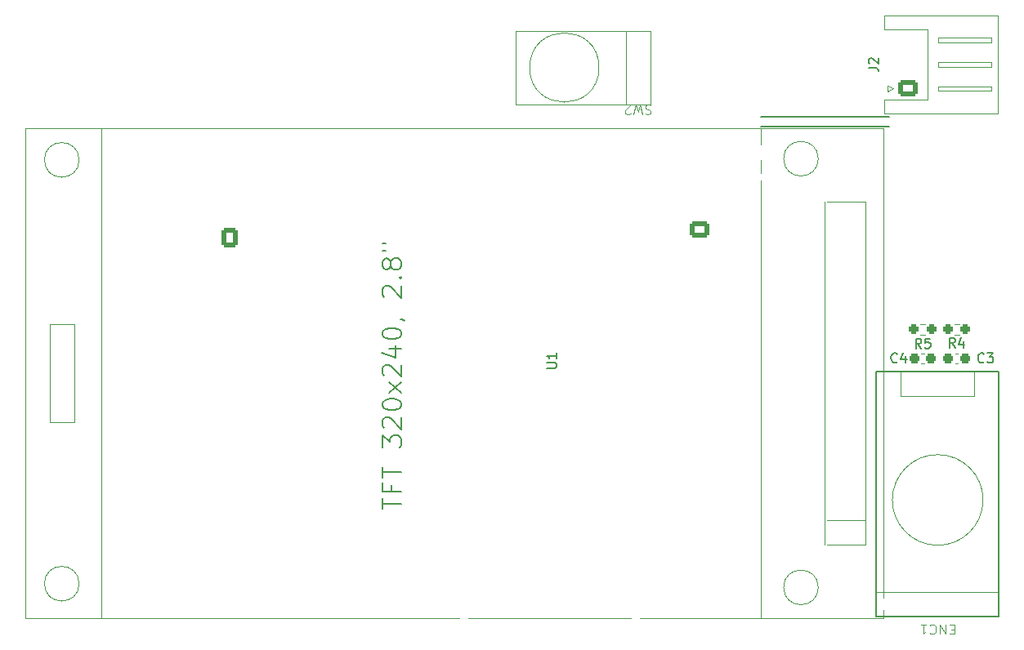
<source format=gbr>
%TF.GenerationSoftware,KiCad,Pcbnew,8.0.5*%
%TF.CreationDate,2024-10-04T09:52:44+09:00*%
%TF.ProjectId,UI__,5549fa7f-2e6b-4696-9361-645f70636258,rev?*%
%TF.SameCoordinates,Original*%
%TF.FileFunction,Legend,Top*%
%TF.FilePolarity,Positive*%
%FSLAX46Y46*%
G04 Gerber Fmt 4.6, Leading zero omitted, Abs format (unit mm)*
G04 Created by KiCad (PCBNEW 8.0.5) date 2024-10-04 09:52:44*
%MOMM*%
%LPD*%
G01*
G04 APERTURE LIST*
G04 Aperture macros list*
%AMRoundRect*
0 Rectangle with rounded corners*
0 $1 Rounding radius*
0 $2 $3 $4 $5 $6 $7 $8 $9 X,Y pos of 4 corners*
0 Add a 4 corners polygon primitive as box body*
4,1,4,$2,$3,$4,$5,$6,$7,$8,$9,$2,$3,0*
0 Add four circle primitives for the rounded corners*
1,1,$1+$1,$2,$3*
1,1,$1+$1,$4,$5*
1,1,$1+$1,$6,$7*
1,1,$1+$1,$8,$9*
0 Add four rect primitives between the rounded corners*
20,1,$1+$1,$2,$3,$4,$5,0*
20,1,$1+$1,$4,$5,$6,$7,0*
20,1,$1+$1,$6,$7,$8,$9,0*
20,1,$1+$1,$8,$9,$2,$3,0*%
G04 Aperture macros list end*
%ADD10C,0.150000*%
%ADD11C,0.100000*%
%ADD12C,0.120000*%
%ADD13C,0.200000*%
%ADD14RoundRect,0.250000X0.725000X-0.600000X0.725000X0.600000X-0.725000X0.600000X-0.725000X-0.600000X0*%
%ADD15O,1.950000X1.700000*%
%ADD16RoundRect,0.237500X0.300000X0.237500X-0.300000X0.237500X-0.300000X-0.237500X0.300000X-0.237500X0*%
%ADD17O,3.000000X1.500000*%
%ADD18C,1.524000*%
%ADD19C,5.600000*%
%ADD20RoundRect,0.237500X-0.300000X-0.237500X0.300000X-0.237500X0.300000X0.237500X-0.300000X0.237500X0*%
%ADD21RoundRect,0.237500X0.250000X0.237500X-0.250000X0.237500X-0.250000X-0.237500X0.250000X-0.237500X0*%
%ADD22RoundRect,0.237500X-0.250000X-0.237500X0.250000X-0.237500X0.250000X0.237500X-0.250000X0.237500X0*%
%ADD23O,1.800000X1.800000*%
%ADD24O,1.500000X1.500000*%
%ADD25O,1.700000X1.700000*%
%ADD26R,1.700000X1.700000*%
%ADD27C,2.000000*%
%ADD28RoundRect,0.250000X-0.600000X-0.725000X0.600000X-0.725000X0.600000X0.725000X-0.600000X0.725000X0*%
%ADD29O,1.700000X1.950000*%
%ADD30R,1.600000X1.600000*%
%ADD31C,1.600000*%
%ADD32RoundRect,0.250000X-0.725000X0.600000X-0.725000X-0.600000X0.725000X-0.600000X0.725000X0.600000X0*%
%ADD33R,1.270000X1.270000*%
%ADD34C,1.270000*%
G04 APERTURE END LIST*
D10*
X233680000Y-70993000D02*
X247015000Y-70993000D01*
X233680000Y-69977000D02*
X247015000Y-69977000D01*
X244874819Y-64860133D02*
X245589104Y-64860133D01*
X245589104Y-64860133D02*
X245731961Y-64907752D01*
X245731961Y-64907752D02*
X245827200Y-65002990D01*
X245827200Y-65002990D02*
X245874819Y-65145847D01*
X245874819Y-65145847D02*
X245874819Y-65241085D01*
X244970057Y-64431561D02*
X244922438Y-64383942D01*
X244922438Y-64383942D02*
X244874819Y-64288704D01*
X244874819Y-64288704D02*
X244874819Y-64050609D01*
X244874819Y-64050609D02*
X244922438Y-63955371D01*
X244922438Y-63955371D02*
X244970057Y-63907752D01*
X244970057Y-63907752D02*
X245065295Y-63860133D01*
X245065295Y-63860133D02*
X245160533Y-63860133D01*
X245160533Y-63860133D02*
X245303390Y-63907752D01*
X245303390Y-63907752D02*
X245874819Y-64479180D01*
X245874819Y-64479180D02*
X245874819Y-63860133D01*
X247833333Y-95359580D02*
X247785714Y-95407200D01*
X247785714Y-95407200D02*
X247642857Y-95454819D01*
X247642857Y-95454819D02*
X247547619Y-95454819D01*
X247547619Y-95454819D02*
X247404762Y-95407200D01*
X247404762Y-95407200D02*
X247309524Y-95311961D01*
X247309524Y-95311961D02*
X247261905Y-95216723D01*
X247261905Y-95216723D02*
X247214286Y-95026247D01*
X247214286Y-95026247D02*
X247214286Y-94883390D01*
X247214286Y-94883390D02*
X247261905Y-94692914D01*
X247261905Y-94692914D02*
X247309524Y-94597676D01*
X247309524Y-94597676D02*
X247404762Y-94502438D01*
X247404762Y-94502438D02*
X247547619Y-94454819D01*
X247547619Y-94454819D02*
X247642857Y-94454819D01*
X247642857Y-94454819D02*
X247785714Y-94502438D01*
X247785714Y-94502438D02*
X247833333Y-94550057D01*
X248690476Y-94788152D02*
X248690476Y-95454819D01*
X248452381Y-94407200D02*
X248214286Y-95121485D01*
X248214286Y-95121485D02*
X248833333Y-95121485D01*
X211544819Y-96011904D02*
X212354342Y-96011904D01*
X212354342Y-96011904D02*
X212449580Y-95964285D01*
X212449580Y-95964285D02*
X212497200Y-95916666D01*
X212497200Y-95916666D02*
X212544819Y-95821428D01*
X212544819Y-95821428D02*
X212544819Y-95630952D01*
X212544819Y-95630952D02*
X212497200Y-95535714D01*
X212497200Y-95535714D02*
X212449580Y-95488095D01*
X212449580Y-95488095D02*
X212354342Y-95440476D01*
X212354342Y-95440476D02*
X211544819Y-95440476D01*
X212544819Y-94440476D02*
X212544819Y-95011904D01*
X212544819Y-94726190D02*
X211544819Y-94726190D01*
X211544819Y-94726190D02*
X211687676Y-94821428D01*
X211687676Y-94821428D02*
X211782914Y-94916666D01*
X211782914Y-94916666D02*
X211830533Y-95011904D01*
X194497438Y-110631144D02*
X194497438Y-109488287D01*
X196497438Y-110059716D02*
X194497438Y-110059716D01*
X195449819Y-108154953D02*
X195449819Y-108821620D01*
X196497438Y-108821620D02*
X194497438Y-108821620D01*
X194497438Y-108821620D02*
X194497438Y-107869239D01*
X194497438Y-107393048D02*
X194497438Y-106250191D01*
X196497438Y-106821620D02*
X194497438Y-106821620D01*
X194497438Y-104250190D02*
X194497438Y-103012095D01*
X194497438Y-103012095D02*
X195259342Y-103678762D01*
X195259342Y-103678762D02*
X195259342Y-103393047D01*
X195259342Y-103393047D02*
X195354580Y-103202571D01*
X195354580Y-103202571D02*
X195449819Y-103107333D01*
X195449819Y-103107333D02*
X195640295Y-103012095D01*
X195640295Y-103012095D02*
X196116485Y-103012095D01*
X196116485Y-103012095D02*
X196306961Y-103107333D01*
X196306961Y-103107333D02*
X196402200Y-103202571D01*
X196402200Y-103202571D02*
X196497438Y-103393047D01*
X196497438Y-103393047D02*
X196497438Y-103964476D01*
X196497438Y-103964476D02*
X196402200Y-104154952D01*
X196402200Y-104154952D02*
X196306961Y-104250190D01*
X194687914Y-102250190D02*
X194592676Y-102154952D01*
X194592676Y-102154952D02*
X194497438Y-101964476D01*
X194497438Y-101964476D02*
X194497438Y-101488285D01*
X194497438Y-101488285D02*
X194592676Y-101297809D01*
X194592676Y-101297809D02*
X194687914Y-101202571D01*
X194687914Y-101202571D02*
X194878390Y-101107333D01*
X194878390Y-101107333D02*
X195068866Y-101107333D01*
X195068866Y-101107333D02*
X195354580Y-101202571D01*
X195354580Y-101202571D02*
X196497438Y-102345428D01*
X196497438Y-102345428D02*
X196497438Y-101107333D01*
X194497438Y-99869238D02*
X194497438Y-99678761D01*
X194497438Y-99678761D02*
X194592676Y-99488285D01*
X194592676Y-99488285D02*
X194687914Y-99393047D01*
X194687914Y-99393047D02*
X194878390Y-99297809D01*
X194878390Y-99297809D02*
X195259342Y-99202571D01*
X195259342Y-99202571D02*
X195735533Y-99202571D01*
X195735533Y-99202571D02*
X196116485Y-99297809D01*
X196116485Y-99297809D02*
X196306961Y-99393047D01*
X196306961Y-99393047D02*
X196402200Y-99488285D01*
X196402200Y-99488285D02*
X196497438Y-99678761D01*
X196497438Y-99678761D02*
X196497438Y-99869238D01*
X196497438Y-99869238D02*
X196402200Y-100059714D01*
X196402200Y-100059714D02*
X196306961Y-100154952D01*
X196306961Y-100154952D02*
X196116485Y-100250190D01*
X196116485Y-100250190D02*
X195735533Y-100345428D01*
X195735533Y-100345428D02*
X195259342Y-100345428D01*
X195259342Y-100345428D02*
X194878390Y-100250190D01*
X194878390Y-100250190D02*
X194687914Y-100154952D01*
X194687914Y-100154952D02*
X194592676Y-100059714D01*
X194592676Y-100059714D02*
X194497438Y-99869238D01*
X196497438Y-98535904D02*
X195164104Y-97488285D01*
X195164104Y-98535904D02*
X196497438Y-97488285D01*
X194687914Y-96821618D02*
X194592676Y-96726380D01*
X194592676Y-96726380D02*
X194497438Y-96535904D01*
X194497438Y-96535904D02*
X194497438Y-96059713D01*
X194497438Y-96059713D02*
X194592676Y-95869237D01*
X194592676Y-95869237D02*
X194687914Y-95773999D01*
X194687914Y-95773999D02*
X194878390Y-95678761D01*
X194878390Y-95678761D02*
X195068866Y-95678761D01*
X195068866Y-95678761D02*
X195354580Y-95773999D01*
X195354580Y-95773999D02*
X196497438Y-96916856D01*
X196497438Y-96916856D02*
X196497438Y-95678761D01*
X195164104Y-93964475D02*
X196497438Y-93964475D01*
X194402200Y-94440666D02*
X195830771Y-94916856D01*
X195830771Y-94916856D02*
X195830771Y-93678761D01*
X194497438Y-92535904D02*
X194497438Y-92345427D01*
X194497438Y-92345427D02*
X194592676Y-92154951D01*
X194592676Y-92154951D02*
X194687914Y-92059713D01*
X194687914Y-92059713D02*
X194878390Y-91964475D01*
X194878390Y-91964475D02*
X195259342Y-91869237D01*
X195259342Y-91869237D02*
X195735533Y-91869237D01*
X195735533Y-91869237D02*
X196116485Y-91964475D01*
X196116485Y-91964475D02*
X196306961Y-92059713D01*
X196306961Y-92059713D02*
X196402200Y-92154951D01*
X196402200Y-92154951D02*
X196497438Y-92345427D01*
X196497438Y-92345427D02*
X196497438Y-92535904D01*
X196497438Y-92535904D02*
X196402200Y-92726380D01*
X196402200Y-92726380D02*
X196306961Y-92821618D01*
X196306961Y-92821618D02*
X196116485Y-92916856D01*
X196116485Y-92916856D02*
X195735533Y-93012094D01*
X195735533Y-93012094D02*
X195259342Y-93012094D01*
X195259342Y-93012094D02*
X194878390Y-92916856D01*
X194878390Y-92916856D02*
X194687914Y-92821618D01*
X194687914Y-92821618D02*
X194592676Y-92726380D01*
X194592676Y-92726380D02*
X194497438Y-92535904D01*
X196402200Y-90916856D02*
X196497438Y-90916856D01*
X196497438Y-90916856D02*
X196687914Y-91012094D01*
X196687914Y-91012094D02*
X196783152Y-91107332D01*
X194687914Y-88631141D02*
X194592676Y-88535903D01*
X194592676Y-88535903D02*
X194497438Y-88345427D01*
X194497438Y-88345427D02*
X194497438Y-87869236D01*
X194497438Y-87869236D02*
X194592676Y-87678760D01*
X194592676Y-87678760D02*
X194687914Y-87583522D01*
X194687914Y-87583522D02*
X194878390Y-87488284D01*
X194878390Y-87488284D02*
X195068866Y-87488284D01*
X195068866Y-87488284D02*
X195354580Y-87583522D01*
X195354580Y-87583522D02*
X196497438Y-88726379D01*
X196497438Y-88726379D02*
X196497438Y-87488284D01*
X196306961Y-86631141D02*
X196402200Y-86535903D01*
X196402200Y-86535903D02*
X196497438Y-86631141D01*
X196497438Y-86631141D02*
X196402200Y-86726379D01*
X196402200Y-86726379D02*
X196306961Y-86631141D01*
X196306961Y-86631141D02*
X196497438Y-86631141D01*
X195354580Y-85393046D02*
X195259342Y-85583522D01*
X195259342Y-85583522D02*
X195164104Y-85678760D01*
X195164104Y-85678760D02*
X194973628Y-85773998D01*
X194973628Y-85773998D02*
X194878390Y-85773998D01*
X194878390Y-85773998D02*
X194687914Y-85678760D01*
X194687914Y-85678760D02*
X194592676Y-85583522D01*
X194592676Y-85583522D02*
X194497438Y-85393046D01*
X194497438Y-85393046D02*
X194497438Y-85012093D01*
X194497438Y-85012093D02*
X194592676Y-84821617D01*
X194592676Y-84821617D02*
X194687914Y-84726379D01*
X194687914Y-84726379D02*
X194878390Y-84631141D01*
X194878390Y-84631141D02*
X194973628Y-84631141D01*
X194973628Y-84631141D02*
X195164104Y-84726379D01*
X195164104Y-84726379D02*
X195259342Y-84821617D01*
X195259342Y-84821617D02*
X195354580Y-85012093D01*
X195354580Y-85012093D02*
X195354580Y-85393046D01*
X195354580Y-85393046D02*
X195449819Y-85583522D01*
X195449819Y-85583522D02*
X195545057Y-85678760D01*
X195545057Y-85678760D02*
X195735533Y-85773998D01*
X195735533Y-85773998D02*
X196116485Y-85773998D01*
X196116485Y-85773998D02*
X196306961Y-85678760D01*
X196306961Y-85678760D02*
X196402200Y-85583522D01*
X196402200Y-85583522D02*
X196497438Y-85393046D01*
X196497438Y-85393046D02*
X196497438Y-85012093D01*
X196497438Y-85012093D02*
X196402200Y-84821617D01*
X196402200Y-84821617D02*
X196306961Y-84726379D01*
X196306961Y-84726379D02*
X196116485Y-84631141D01*
X196116485Y-84631141D02*
X195735533Y-84631141D01*
X195735533Y-84631141D02*
X195545057Y-84726379D01*
X195545057Y-84726379D02*
X195449819Y-84821617D01*
X195449819Y-84821617D02*
X195354580Y-85012093D01*
X194497438Y-83869236D02*
X194878390Y-83869236D01*
X194497438Y-83107331D02*
X194878390Y-83107331D01*
D11*
X253754285Y-123106390D02*
X253420952Y-123106390D01*
X253278095Y-122582580D02*
X253754285Y-122582580D01*
X253754285Y-122582580D02*
X253754285Y-123582580D01*
X253754285Y-123582580D02*
X253278095Y-123582580D01*
X252849523Y-122582580D02*
X252849523Y-123582580D01*
X252849523Y-123582580D02*
X252278095Y-122582580D01*
X252278095Y-122582580D02*
X252278095Y-123582580D01*
X251230476Y-122677819D02*
X251278095Y-122630200D01*
X251278095Y-122630200D02*
X251420952Y-122582580D01*
X251420952Y-122582580D02*
X251516190Y-122582580D01*
X251516190Y-122582580D02*
X251659047Y-122630200D01*
X251659047Y-122630200D02*
X251754285Y-122725438D01*
X251754285Y-122725438D02*
X251801904Y-122820676D01*
X251801904Y-122820676D02*
X251849523Y-123011152D01*
X251849523Y-123011152D02*
X251849523Y-123154009D01*
X251849523Y-123154009D02*
X251801904Y-123344485D01*
X251801904Y-123344485D02*
X251754285Y-123439723D01*
X251754285Y-123439723D02*
X251659047Y-123534961D01*
X251659047Y-123534961D02*
X251516190Y-123582580D01*
X251516190Y-123582580D02*
X251420952Y-123582580D01*
X251420952Y-123582580D02*
X251278095Y-123534961D01*
X251278095Y-123534961D02*
X251230476Y-123487342D01*
X250278095Y-122582580D02*
X250849523Y-122582580D01*
X250563809Y-122582580D02*
X250563809Y-123582580D01*
X250563809Y-123582580D02*
X250659047Y-123439723D01*
X250659047Y-123439723D02*
X250754285Y-123344485D01*
X250754285Y-123344485D02*
X250849523Y-123296866D01*
D10*
X256833333Y-95359580D02*
X256785714Y-95407200D01*
X256785714Y-95407200D02*
X256642857Y-95454819D01*
X256642857Y-95454819D02*
X256547619Y-95454819D01*
X256547619Y-95454819D02*
X256404762Y-95407200D01*
X256404762Y-95407200D02*
X256309524Y-95311961D01*
X256309524Y-95311961D02*
X256261905Y-95216723D01*
X256261905Y-95216723D02*
X256214286Y-95026247D01*
X256214286Y-95026247D02*
X256214286Y-94883390D01*
X256214286Y-94883390D02*
X256261905Y-94692914D01*
X256261905Y-94692914D02*
X256309524Y-94597676D01*
X256309524Y-94597676D02*
X256404762Y-94502438D01*
X256404762Y-94502438D02*
X256547619Y-94454819D01*
X256547619Y-94454819D02*
X256642857Y-94454819D01*
X256642857Y-94454819D02*
X256785714Y-94502438D01*
X256785714Y-94502438D02*
X256833333Y-94550057D01*
X257166667Y-94454819D02*
X257785714Y-94454819D01*
X257785714Y-94454819D02*
X257452381Y-94835771D01*
X257452381Y-94835771D02*
X257595238Y-94835771D01*
X257595238Y-94835771D02*
X257690476Y-94883390D01*
X257690476Y-94883390D02*
X257738095Y-94931009D01*
X257738095Y-94931009D02*
X257785714Y-95026247D01*
X257785714Y-95026247D02*
X257785714Y-95264342D01*
X257785714Y-95264342D02*
X257738095Y-95359580D01*
X257738095Y-95359580D02*
X257690476Y-95407200D01*
X257690476Y-95407200D02*
X257595238Y-95454819D01*
X257595238Y-95454819D02*
X257309524Y-95454819D01*
X257309524Y-95454819D02*
X257214286Y-95407200D01*
X257214286Y-95407200D02*
X257166667Y-95359580D01*
D11*
X222313332Y-68746400D02*
X222170475Y-68698780D01*
X222170475Y-68698780D02*
X221932380Y-68698780D01*
X221932380Y-68698780D02*
X221837142Y-68746400D01*
X221837142Y-68746400D02*
X221789523Y-68794019D01*
X221789523Y-68794019D02*
X221741904Y-68889257D01*
X221741904Y-68889257D02*
X221741904Y-68984495D01*
X221741904Y-68984495D02*
X221789523Y-69079733D01*
X221789523Y-69079733D02*
X221837142Y-69127352D01*
X221837142Y-69127352D02*
X221932380Y-69174971D01*
X221932380Y-69174971D02*
X222122856Y-69222590D01*
X222122856Y-69222590D02*
X222218094Y-69270209D01*
X222218094Y-69270209D02*
X222265713Y-69317828D01*
X222265713Y-69317828D02*
X222313332Y-69413066D01*
X222313332Y-69413066D02*
X222313332Y-69508304D01*
X222313332Y-69508304D02*
X222265713Y-69603542D01*
X222265713Y-69603542D02*
X222218094Y-69651161D01*
X222218094Y-69651161D02*
X222122856Y-69698780D01*
X222122856Y-69698780D02*
X221884761Y-69698780D01*
X221884761Y-69698780D02*
X221741904Y-69651161D01*
X221408570Y-69698780D02*
X221170475Y-68698780D01*
X221170475Y-68698780D02*
X220979999Y-69413066D01*
X220979999Y-69413066D02*
X220789523Y-68698780D01*
X220789523Y-68698780D02*
X220551428Y-69698780D01*
X220218094Y-69603542D02*
X220170475Y-69651161D01*
X220170475Y-69651161D02*
X220075237Y-69698780D01*
X220075237Y-69698780D02*
X219837142Y-69698780D01*
X219837142Y-69698780D02*
X219741904Y-69651161D01*
X219741904Y-69651161D02*
X219694285Y-69603542D01*
X219694285Y-69603542D02*
X219646666Y-69508304D01*
X219646666Y-69508304D02*
X219646666Y-69413066D01*
X219646666Y-69413066D02*
X219694285Y-69270209D01*
X219694285Y-69270209D02*
X220265713Y-68698780D01*
X220265713Y-68698780D02*
X219646666Y-68698780D01*
D10*
X253833333Y-93884819D02*
X253500000Y-93408628D01*
X253261905Y-93884819D02*
X253261905Y-92884819D01*
X253261905Y-92884819D02*
X253642857Y-92884819D01*
X253642857Y-92884819D02*
X253738095Y-92932438D01*
X253738095Y-92932438D02*
X253785714Y-92980057D01*
X253785714Y-92980057D02*
X253833333Y-93075295D01*
X253833333Y-93075295D02*
X253833333Y-93218152D01*
X253833333Y-93218152D02*
X253785714Y-93313390D01*
X253785714Y-93313390D02*
X253738095Y-93361009D01*
X253738095Y-93361009D02*
X253642857Y-93408628D01*
X253642857Y-93408628D02*
X253261905Y-93408628D01*
X254690476Y-93218152D02*
X254690476Y-93884819D01*
X254452381Y-92837200D02*
X254214286Y-93551485D01*
X254214286Y-93551485D02*
X254833333Y-93551485D01*
X250333333Y-93954819D02*
X250000000Y-93478628D01*
X249761905Y-93954819D02*
X249761905Y-92954819D01*
X249761905Y-92954819D02*
X250142857Y-92954819D01*
X250142857Y-92954819D02*
X250238095Y-93002438D01*
X250238095Y-93002438D02*
X250285714Y-93050057D01*
X250285714Y-93050057D02*
X250333333Y-93145295D01*
X250333333Y-93145295D02*
X250333333Y-93288152D01*
X250333333Y-93288152D02*
X250285714Y-93383390D01*
X250285714Y-93383390D02*
X250238095Y-93431009D01*
X250238095Y-93431009D02*
X250142857Y-93478628D01*
X250142857Y-93478628D02*
X249761905Y-93478628D01*
X251238095Y-92954819D02*
X250761905Y-92954819D01*
X250761905Y-92954819D02*
X250714286Y-93431009D01*
X250714286Y-93431009D02*
X250761905Y-93383390D01*
X250761905Y-93383390D02*
X250857143Y-93335771D01*
X250857143Y-93335771D02*
X251095238Y-93335771D01*
X251095238Y-93335771D02*
X251190476Y-93383390D01*
X251190476Y-93383390D02*
X251238095Y-93431009D01*
X251238095Y-93431009D02*
X251285714Y-93526247D01*
X251285714Y-93526247D02*
X251285714Y-93764342D01*
X251285714Y-93764342D02*
X251238095Y-93859580D01*
X251238095Y-93859580D02*
X251190476Y-93907200D01*
X251190476Y-93907200D02*
X251095238Y-93954819D01*
X251095238Y-93954819D02*
X250857143Y-93954819D01*
X250857143Y-93954819D02*
X250761905Y-93907200D01*
X250761905Y-93907200D02*
X250714286Y-93859580D01*
D12*
%TO.C,J2*%
X246510000Y-59466800D02*
X246510000Y-60886800D01*
X246510000Y-60886800D02*
X251010000Y-60886800D01*
X246510000Y-68166800D02*
X251010000Y-68166800D01*
X246510000Y-69586800D02*
X246510000Y-68166800D01*
X246820000Y-66726800D02*
X247420000Y-67026800D01*
X246820000Y-67326800D02*
X246820000Y-66726800D01*
X247420000Y-67026800D02*
X246820000Y-67326800D01*
X251010000Y-60886800D02*
X251010000Y-64526800D01*
X251010000Y-68166800D02*
X251010000Y-64526800D01*
X252120000Y-61776800D02*
X252120000Y-62276800D01*
X252120000Y-62276800D02*
X257620000Y-62276800D01*
X252120000Y-64276800D02*
X252120000Y-64776800D01*
X252120000Y-64776800D02*
X257620000Y-64776800D01*
X252120000Y-66776800D02*
X252120000Y-67276800D01*
X252120000Y-67276800D02*
X257620000Y-67276800D01*
X257620000Y-61776800D02*
X252120000Y-61776800D01*
X257620000Y-62276800D02*
X257620000Y-61776800D01*
X257620000Y-64276800D02*
X252120000Y-64276800D01*
X257620000Y-64776800D02*
X257620000Y-64276800D01*
X257620000Y-66776800D02*
X252120000Y-66776800D01*
X257620000Y-67276800D02*
X257620000Y-66776800D01*
X258230000Y-59466800D02*
X246510000Y-59466800D01*
X258230000Y-64526800D02*
X258230000Y-59466800D01*
X258230000Y-64526800D02*
X258230000Y-69586800D01*
X258230000Y-69586800D02*
X246510000Y-69586800D01*
%TO.C,C4*%
X250646267Y-94490000D02*
X250353733Y-94490000D01*
X250646267Y-95510000D02*
X250353733Y-95510000D01*
%TO.C,U1*%
X157480000Y-71120000D02*
X157480000Y-121920000D01*
X157480000Y-121920000D02*
X246380000Y-121920000D01*
X165354000Y-121920000D02*
X165354000Y-71120000D01*
X233680000Y-121920000D02*
X233680000Y-71120000D01*
X240316000Y-114280000D02*
X240316000Y-78760000D01*
X240570000Y-78760000D02*
X244570000Y-78760000D01*
X240570000Y-111760000D02*
X244570000Y-111760000D01*
X244570000Y-78760000D02*
X244570000Y-114280000D01*
X244570000Y-114280000D02*
X240570000Y-114280000D01*
X246380000Y-71120000D02*
X157480000Y-71120000D01*
X246380000Y-121920000D02*
X246380000Y-71120000D01*
D11*
X160020000Y-101600000D02*
X162560000Y-101600000D01*
X162560000Y-91440000D01*
X160020000Y-91440000D01*
X160020000Y-101600000D01*
D12*
X163086051Y-74422000D02*
G75*
G02*
X159493949Y-74422000I-1796051J0D01*
G01*
X159493949Y-74422000D02*
G75*
G02*
X163086051Y-74422000I1796051J0D01*
G01*
X163086051Y-118364000D02*
G75*
G02*
X159493949Y-118364000I-1796051J0D01*
G01*
X159493949Y-118364000D02*
G75*
G02*
X163086051Y-118364000I1796051J0D01*
G01*
X239667051Y-74295000D02*
G75*
G02*
X236074949Y-74295000I-1796051J0D01*
G01*
X236074949Y-74295000D02*
G75*
G02*
X239667051Y-74295000I1796051J0D01*
G01*
X239667051Y-118745000D02*
G75*
G02*
X236074949Y-118745000I-1796051J0D01*
G01*
X236074949Y-118745000D02*
G75*
G02*
X239667051Y-118745000I1796051J0D01*
G01*
%TO.C,ENC1*%
D11*
X255850000Y-98910000D02*
X248230000Y-98910000D01*
X248230000Y-96370000D01*
X255850000Y-96370000D01*
X255850000Y-98910000D01*
D13*
X258390000Y-121770000D02*
X245690000Y-121770000D01*
X245690000Y-96370000D01*
X258390000Y-96370000D01*
X258390000Y-121770000D01*
D11*
X258390000Y-121770000D02*
X245690000Y-121770000D01*
X245690000Y-119230000D01*
X258390000Y-119230000D01*
X258390000Y-121770000D01*
X256740000Y-109679600D02*
G75*
G02*
X247340000Y-109679600I-4700000J0D01*
G01*
X247340000Y-109679600D02*
G75*
G02*
X256740000Y-109679600I4700000J0D01*
G01*
D12*
%TO.C,C3*%
X253853733Y-94490000D02*
X254146267Y-94490000D01*
X253853733Y-95510000D02*
X254146267Y-95510000D01*
%TO.C,SW2*%
D11*
X222250000Y-68656200D02*
X208280000Y-68656200D01*
X208280000Y-61036200D01*
X222250000Y-61036200D01*
X222250000Y-68656200D01*
X222250000Y-68656200D02*
X219710000Y-68656200D01*
X219710000Y-61036200D01*
X222250000Y-61036200D01*
X222250000Y-68656200D01*
X216952102Y-64846200D02*
G75*
G02*
X209767898Y-64846200I-3592102J0D01*
G01*
X209767898Y-64846200D02*
G75*
G02*
X216952102Y-64846200I3592102J0D01*
G01*
D12*
%TO.C,R4*%
X254254724Y-91477500D02*
X253745276Y-91477500D01*
X254254724Y-92522500D02*
X253745276Y-92522500D01*
%TO.C,R5*%
X250245276Y-91477500D02*
X250754724Y-91477500D01*
X250245276Y-92522500D02*
X250754724Y-92522500D01*
%TD*%
%LPC*%
D14*
%TO.C,J2*%
X248920000Y-67026800D03*
D15*
X248920000Y-64526800D03*
X248920000Y-62026800D03*
%TD*%
D16*
%TO.C,C4*%
X251362500Y-95000000D03*
X249637500Y-95000000D03*
%TD*%
D17*
%TO.C,U1*%
X242570000Y-113030000D03*
X242570000Y-110490000D03*
X242570000Y-107950000D03*
X242570000Y-105410000D03*
X242570000Y-102870000D03*
X242570000Y-100330000D03*
X242570000Y-97790000D03*
X242570000Y-95250000D03*
X242570000Y-92710000D03*
X242570000Y-90170000D03*
X242570000Y-87630000D03*
X242570000Y-85090000D03*
X242570000Y-82550000D03*
X242570000Y-80010000D03*
D18*
X161290000Y-100330000D03*
X161290000Y-97790000D03*
X161290000Y-95250000D03*
X161290000Y-92710000D03*
%TD*%
%TO.C,ENC1*%
X257120000Y-120500000D03*
X254580000Y-120500000D03*
X252040000Y-120500000D03*
X249500000Y-120500000D03*
X246960000Y-120500000D03*
X254580000Y-97640000D03*
X249500000Y-97640000D03*
X252040000Y-97640000D03*
%TD*%
D19*
%TO.C,REF\u002A\u002A*%
X238125000Y-64643000D03*
%TD*%
D20*
%TO.C,C3*%
X253137500Y-95000000D03*
X254862500Y-95000000D03*
%TD*%
D18*
%TO.C,SW2*%
X220980000Y-67386200D03*
X220980000Y-64846200D03*
X220980000Y-62306200D03*
%TD*%
D21*
%TO.C,R4*%
X254912500Y-92000000D03*
X253087500Y-92000000D03*
%TD*%
D22*
%TO.C,R5*%
X249587500Y-92000000D03*
X251412500Y-92000000D03*
%TD*%
D23*
%TO.C,U3*%
X214615000Y-73150000D03*
D24*
X214315000Y-76180000D03*
X209465000Y-76180000D03*
D23*
X209165000Y-73150000D03*
D25*
X220780000Y-73020000D03*
X220780000Y-75560000D03*
D26*
X220780000Y-78100000D03*
D25*
X220780000Y-80640000D03*
X220780000Y-83180000D03*
X220780000Y-85720000D03*
X220780000Y-88260000D03*
D26*
X220780000Y-90800000D03*
D25*
X220780000Y-93340000D03*
X220780000Y-95880000D03*
X220780000Y-98420000D03*
X220780000Y-100960000D03*
D26*
X220780000Y-103500000D03*
D25*
X220780000Y-106040000D03*
X220780000Y-108580000D03*
X220780000Y-111120000D03*
X220780000Y-113660000D03*
D26*
X220780000Y-116200000D03*
D25*
X220780000Y-118740000D03*
X220780000Y-121280000D03*
X203000000Y-121280000D03*
X203000000Y-118740000D03*
D26*
X203000000Y-116200000D03*
D25*
X203000000Y-113660000D03*
X203000000Y-111120000D03*
X203000000Y-108580000D03*
X203000000Y-106040000D03*
D26*
X203000000Y-103500000D03*
D25*
X203000000Y-100960000D03*
X203000000Y-98420000D03*
X203000000Y-95880000D03*
X203000000Y-93340000D03*
D26*
X203000000Y-90800000D03*
D25*
X203000000Y-88260000D03*
X203000000Y-85720000D03*
X203000000Y-83180000D03*
X203000000Y-80640000D03*
D26*
X203000000Y-78100000D03*
D25*
X203000000Y-75560000D03*
X203000000Y-73020000D03*
X214430000Y-121050000D03*
D26*
X211890000Y-121050000D03*
D25*
X209350000Y-121050000D03*
%TD*%
D27*
%TO.C,SW1*%
X189865000Y-114590000D03*
X183365000Y-114590000D03*
X189865000Y-119090000D03*
X183365000Y-119090000D03*
%TD*%
D28*
%TO.C,J4*%
X178720520Y-82500000D03*
D29*
X181220520Y-82500000D03*
X183720520Y-82500000D03*
%TD*%
D30*
%TO.C,C1*%
X233045000Y-73700000D03*
D31*
X233045000Y-76200000D03*
%TD*%
D32*
%TO.C,J1*%
X227330000Y-81654000D03*
D15*
X227330000Y-84154000D03*
X227330000Y-86654000D03*
X227330000Y-89154000D03*
%TD*%
D33*
%TO.C,J5*%
X172720000Y-81000120D03*
D34*
X170718480Y-81000000D03*
X168722040Y-81000000D03*
X166720520Y-81000000D03*
%TD*%
%LPD*%
M02*

</source>
